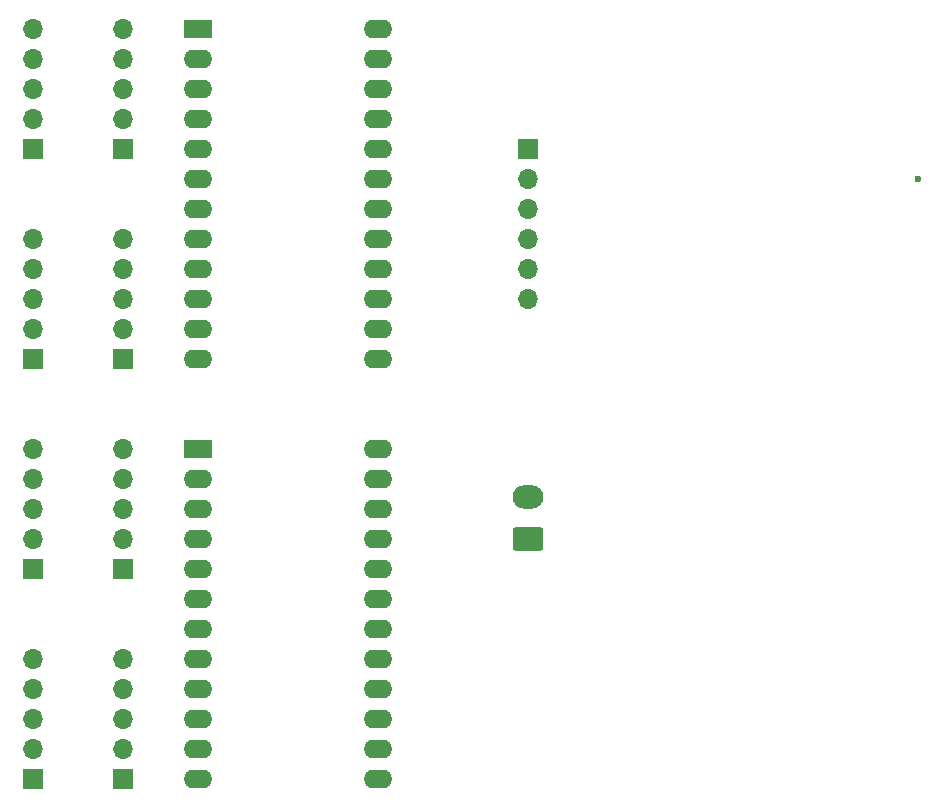
<source format=gbr>
%TF.GenerationSoftware,KiCad,Pcbnew,8.0.1-8.0.1-1~ubuntu22.04.1*%
%TF.CreationDate,2024-04-11T13:13:12-04:00*%
%TF.ProjectId,wiring,77697269-6e67-42e6-9b69-6361645f7063,rev?*%
%TF.SameCoordinates,Original*%
%TF.FileFunction,Copper,L1,Top*%
%TF.FilePolarity,Positive*%
%FSLAX46Y46*%
G04 Gerber Fmt 4.6, Leading zero omitted, Abs format (unit mm)*
G04 Created by KiCad (PCBNEW 8.0.1-8.0.1-1~ubuntu22.04.1) date 2024-04-11 13:13:12*
%MOMM*%
%LPD*%
G01*
G04 APERTURE LIST*
G04 Aperture macros list*
%AMRoundRect*
0 Rectangle with rounded corners*
0 $1 Rounding radius*
0 $2 $3 $4 $5 $6 $7 $8 $9 X,Y pos of 4 corners*
0 Add a 4 corners polygon primitive as box body*
4,1,4,$2,$3,$4,$5,$6,$7,$8,$9,$2,$3,0*
0 Add four circle primitives for the rounded corners*
1,1,$1+$1,$2,$3*
1,1,$1+$1,$4,$5*
1,1,$1+$1,$6,$7*
1,1,$1+$1,$8,$9*
0 Add four rect primitives between the rounded corners*
20,1,$1+$1,$2,$3,$4,$5,0*
20,1,$1+$1,$4,$5,$6,$7,0*
20,1,$1+$1,$6,$7,$8,$9,0*
20,1,$1+$1,$8,$9,$2,$3,0*%
G04 Aperture macros list end*
%TA.AperFunction,ComponentPad*%
%ADD10RoundRect,0.250000X1.050000X-0.750000X1.050000X0.750000X-1.050000X0.750000X-1.050000X-0.750000X0*%
%TD*%
%TA.AperFunction,ComponentPad*%
%ADD11O,2.600000X2.000000*%
%TD*%
%TA.AperFunction,ComponentPad*%
%ADD12R,2.400000X1.600000*%
%TD*%
%TA.AperFunction,ComponentPad*%
%ADD13O,2.400000X1.600000*%
%TD*%
%TA.AperFunction,ComponentPad*%
%ADD14R,1.700000X1.700000*%
%TD*%
%TA.AperFunction,ComponentPad*%
%ADD15O,1.700000X1.700000*%
%TD*%
%TA.AperFunction,ViaPad*%
%ADD16C,0.600000*%
%TD*%
G04 APERTURE END LIST*
D10*
%TO.P,J10,1,Pin_1*%
%TO.N,+5V*%
X203200000Y-81280000D03*
D11*
%TO.P,J10,2,Pin_2*%
%TO.N,GND*%
X203200000Y-77780000D03*
%TD*%
D12*
%TO.P,U17,1,D1/TX*%
%TO.N,Net-(J9-Pin_5)*%
X175260000Y-38100000D03*
D13*
%TO.P,U17,2,D0/RX*%
%TO.N,Net-(J9-Pin_4)*%
X175260000Y-40640000D03*
%TO.P,U17,3,GND*%
%TO.N,GND*%
X175260000Y-43180000D03*
%TO.P,U17,4,GND*%
X175260000Y-45720000D03*
%TO.P,U17,5,D2/SDA*%
%TO.N,Net-(J1-Pin_3)*%
X175260000Y-48260000D03*
%TO.P,U17,6,D3/SCL~*%
%TO.N,Net-(J1-Pin_2)*%
X175260000Y-50800000D03*
%TO.P,U17,7,D4/A6*%
%TO.N,Net-(J1-Pin_1)*%
X175260000Y-53340000D03*
%TO.P,U17,8,D5~*%
%TO.N,Net-(J2-Pin_3)*%
X175260000Y-55880000D03*
%TO.P,U17,9,D6/A7~*%
%TO.N,Net-(J2-Pin_2)*%
X175260000Y-58420000D03*
%TO.P,U17,10,D7*%
%TO.N,Net-(J2-Pin_1)*%
X175260000Y-60960000D03*
%TO.P,U17,11,D8/A8*%
%TO.N,Net-(J3-Pin_3)*%
X175260000Y-63500000D03*
%TO.P,U17,12,D9/A9~*%
%TO.N,Net-(J3-Pin_2)*%
X175260000Y-66040000D03*
%TO.P,U17,13,D10/A10~*%
%TO.N,Net-(J3-Pin_1)*%
X190500000Y-66040000D03*
%TO.P,U17,14,D16/MOSI*%
%TO.N,Net-(J4-Pin_3)*%
X190500000Y-63500000D03*
%TO.P,U17,15,D14/MISO*%
%TO.N,Net-(J4-Pin_2)*%
X190500000Y-60960000D03*
%TO.P,U17,16,D15/SCK*%
%TO.N,Net-(J4-Pin_1)*%
X190500000Y-58420000D03*
%TO.P,U17,17,A0*%
%TO.N,GND*%
X190500000Y-55880000D03*
%TO.P,U17,18,A1*%
%TO.N,unconnected-(U17-A1-Pad18)*%
X190500000Y-53340000D03*
%TO.P,U17,19,A2*%
%TO.N,unconnected-(U17-A2-Pad19)*%
X190500000Y-50800000D03*
%TO.P,U17,20,A3*%
%TO.N,unconnected-(U17-A3-Pad20)*%
X190500000Y-48260000D03*
%TO.P,U17,21,VCC*%
%TO.N,+5V*%
X190500000Y-45720000D03*
%TO.P,U17,22,~{RESET}*%
%TO.N,unconnected-(U17-~{RESET}-Pad22)*%
X190500000Y-43180000D03*
%TO.P,U17,23,GND*%
%TO.N,GND*%
X190500000Y-40640000D03*
%TO.P,U17,24,RAW*%
%TO.N,unconnected-(U17-RAW-Pad24)*%
X190500000Y-38100000D03*
%TD*%
D12*
%TO.P,U16,1,D1/TX*%
%TO.N,Net-(J9-Pin_5)*%
X175260000Y-73660000D03*
D13*
%TO.P,U16,2,D0/RX*%
%TO.N,Net-(J9-Pin_4)*%
X175260000Y-76200000D03*
%TO.P,U16,3,GND*%
%TO.N,GND*%
X175260000Y-78740000D03*
%TO.P,U16,4,GND*%
X175260000Y-81280000D03*
%TO.P,U16,5,D2/SDA*%
%TO.N,Net-(J5-Pin_3)*%
X175260000Y-83820000D03*
%TO.P,U16,6,D3/SCL~*%
%TO.N,Net-(J5-Pin_2)*%
X175260000Y-86360000D03*
%TO.P,U16,7,D4/A6*%
%TO.N,Net-(J5-Pin_1)*%
X175260000Y-88900000D03*
%TO.P,U16,8,D5~*%
%TO.N,Net-(J6-Pin_3)*%
X175260000Y-91440000D03*
%TO.P,U16,9,D6/A7~*%
%TO.N,Net-(J6-Pin_2)*%
X175260000Y-93980000D03*
%TO.P,U16,10,D7*%
%TO.N,Net-(J6-Pin_1)*%
X175260000Y-96520000D03*
%TO.P,U16,11,D8/A8*%
%TO.N,Net-(J7-Pin_3)*%
X175260000Y-99060000D03*
%TO.P,U16,12,D9/A9~*%
%TO.N,Net-(J7-Pin_2)*%
X175260000Y-101600000D03*
%TO.P,U16,13,D10/A10~*%
%TO.N,Net-(J7-Pin_1)*%
X190500000Y-101600000D03*
%TO.P,U16,14,D16/MOSI*%
%TO.N,Net-(J8-Pin_3)*%
X190500000Y-99060000D03*
%TO.P,U16,15,D14/MISO*%
%TO.N,Net-(J8-Pin_2)*%
X190500000Y-96520000D03*
%TO.P,U16,16,D15/SCK*%
%TO.N,Net-(J8-Pin_1)*%
X190500000Y-93980000D03*
%TO.P,U16,17,A0*%
%TO.N,unconnected-(U16-A0-Pad17)*%
X190500000Y-91440000D03*
%TO.P,U16,18,A1*%
%TO.N,unconnected-(U16-A1-Pad18)*%
X190500000Y-88900000D03*
%TO.P,U16,19,A2*%
%TO.N,unconnected-(U16-A2-Pad19)*%
X190500000Y-86360000D03*
%TO.P,U16,20,A3*%
%TO.N,unconnected-(U16-A3-Pad20)*%
X190500000Y-83820000D03*
%TO.P,U16,21,VCC*%
%TO.N,+5V*%
X190500000Y-81280000D03*
%TO.P,U16,22,~{RESET}*%
%TO.N,unconnected-(U16-~{RESET}-Pad22)*%
X190500000Y-78740000D03*
%TO.P,U16,23,GND*%
%TO.N,GND*%
X190500000Y-76200000D03*
%TO.P,U16,24,RAW*%
%TO.N,unconnected-(U16-RAW-Pad24)*%
X190500000Y-73660000D03*
%TD*%
D14*
%TO.P,J9,1,Pin_1*%
%TO.N,GND*%
X203200000Y-48260000D03*
D15*
%TO.P,J9,2,Pin_2*%
%TO.N,unconnected-(J9-Pin_2-Pad2)*%
X203200000Y-50800000D03*
%TO.P,J9,3,Pin_3*%
%TO.N,+5V*%
X203200000Y-53340000D03*
%TO.P,J9,4,Pin_4*%
%TO.N,Net-(J9-Pin_4)*%
X203200000Y-55880000D03*
%TO.P,J9,5,Pin_5*%
%TO.N,Net-(J9-Pin_5)*%
X203200000Y-58420000D03*
%TO.P,J9,6,Pin_6*%
%TO.N,unconnected-(J9-Pin_6-Pad6)*%
X203200000Y-60960000D03*
%TD*%
D14*
%TO.P,J8,1,Pin_1*%
%TO.N,Net-(J8-Pin_1)*%
X168910000Y-83820000D03*
D15*
%TO.P,J8,2,Pin_2*%
%TO.N,Net-(J8-Pin_2)*%
X168910000Y-81280000D03*
%TO.P,J8,3,Pin_3*%
%TO.N,Net-(J8-Pin_3)*%
X168910000Y-78740000D03*
%TO.P,J8,4,Pin_4*%
%TO.N,GND*%
X168910000Y-76200000D03*
%TO.P,J8,5,Pin_5*%
%TO.N,+5V*%
X168910000Y-73660000D03*
%TD*%
D14*
%TO.P,J7,1,Pin_1*%
%TO.N,Net-(J7-Pin_1)*%
X168910000Y-101600000D03*
D15*
%TO.P,J7,2,Pin_2*%
%TO.N,Net-(J7-Pin_2)*%
X168910000Y-99060000D03*
%TO.P,J7,3,Pin_3*%
%TO.N,Net-(J7-Pin_3)*%
X168910000Y-96520000D03*
%TO.P,J7,4,Pin_4*%
%TO.N,GND*%
X168910000Y-93980000D03*
%TO.P,J7,5,Pin_5*%
%TO.N,+5V*%
X168910000Y-91440000D03*
%TD*%
D14*
%TO.P,J6,1,Pin_1*%
%TO.N,Net-(J6-Pin_1)*%
X161290000Y-101600000D03*
D15*
%TO.P,J6,2,Pin_2*%
%TO.N,Net-(J6-Pin_2)*%
X161290000Y-99060000D03*
%TO.P,J6,3,Pin_3*%
%TO.N,Net-(J6-Pin_3)*%
X161290000Y-96520000D03*
%TO.P,J6,4,Pin_4*%
%TO.N,GND*%
X161290000Y-93980000D03*
%TO.P,J6,5,Pin_5*%
%TO.N,+5V*%
X161290000Y-91440000D03*
%TD*%
D14*
%TO.P,J5,1,Pin_1*%
%TO.N,Net-(J5-Pin_1)*%
X161290000Y-83820000D03*
D15*
%TO.P,J5,2,Pin_2*%
%TO.N,Net-(J5-Pin_2)*%
X161290000Y-81280000D03*
%TO.P,J5,3,Pin_3*%
%TO.N,Net-(J5-Pin_3)*%
X161290000Y-78740000D03*
%TO.P,J5,4,Pin_4*%
%TO.N,GND*%
X161290000Y-76200000D03*
%TO.P,J5,5,Pin_5*%
%TO.N,+5V*%
X161290000Y-73660000D03*
%TD*%
D14*
%TO.P,J4,1,Pin_1*%
%TO.N,Net-(J4-Pin_1)*%
X168910000Y-48260000D03*
D15*
%TO.P,J4,2,Pin_2*%
%TO.N,Net-(J4-Pin_2)*%
X168910000Y-45720000D03*
%TO.P,J4,3,Pin_3*%
%TO.N,Net-(J4-Pin_3)*%
X168910000Y-43180000D03*
%TO.P,J4,4,Pin_4*%
%TO.N,GND*%
X168910000Y-40640000D03*
%TO.P,J4,5,Pin_5*%
%TO.N,+5V*%
X168910000Y-38100000D03*
%TD*%
D14*
%TO.P,J3,1,Pin_1*%
%TO.N,Net-(J3-Pin_1)*%
X168910000Y-66040000D03*
D15*
%TO.P,J3,2,Pin_2*%
%TO.N,Net-(J3-Pin_2)*%
X168910000Y-63500000D03*
%TO.P,J3,3,Pin_3*%
%TO.N,Net-(J3-Pin_3)*%
X168910000Y-60960000D03*
%TO.P,J3,4,Pin_4*%
%TO.N,GND*%
X168910000Y-58420000D03*
%TO.P,J3,5,Pin_5*%
%TO.N,+5V*%
X168910000Y-55880000D03*
%TD*%
D14*
%TO.P,J2,1,Pin_1*%
%TO.N,Net-(J2-Pin_1)*%
X161290000Y-66040000D03*
D15*
%TO.P,J2,2,Pin_2*%
%TO.N,Net-(J2-Pin_2)*%
X161290000Y-63500000D03*
%TO.P,J2,3,Pin_3*%
%TO.N,Net-(J2-Pin_3)*%
X161290000Y-60960000D03*
%TO.P,J2,4,Pin_4*%
%TO.N,GND*%
X161290000Y-58420000D03*
%TO.P,J2,5,Pin_5*%
%TO.N,+5V*%
X161290000Y-55880000D03*
%TD*%
D14*
%TO.P,J1,1,Pin_1*%
%TO.N,Net-(J1-Pin_1)*%
X161290000Y-48260000D03*
D15*
%TO.P,J1,2,Pin_2*%
%TO.N,Net-(J1-Pin_2)*%
X161290000Y-45720000D03*
%TO.P,J1,3,Pin_3*%
%TO.N,Net-(J1-Pin_3)*%
X161290000Y-43180000D03*
%TO.P,J1,4,Pin_4*%
%TO.N,GND*%
X161290000Y-40640000D03*
%TO.P,J1,5,Pin_5*%
%TO.N,+5V*%
X161290000Y-38100000D03*
%TD*%
D16*
%TO.N,*%
X236220000Y-50800000D03*
%TD*%
M02*

</source>
